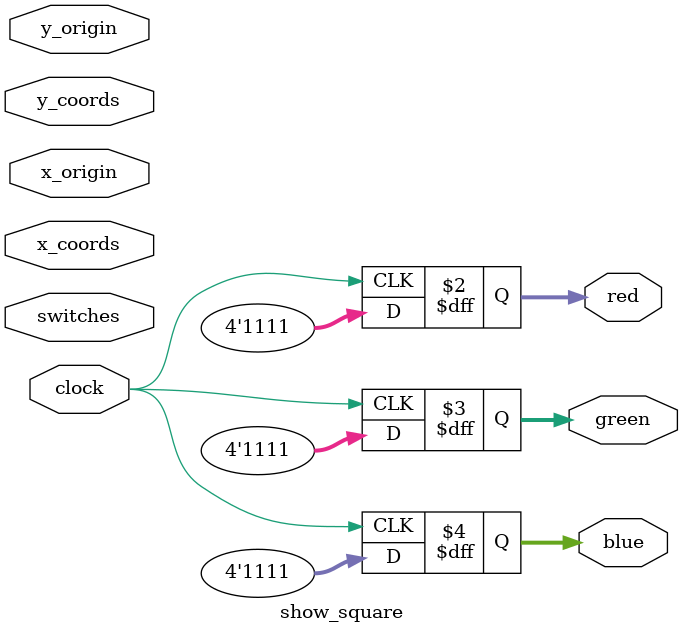
<source format=v>
module show_square(clock, switches, x_coords, y_coords, x_origin, y_origin, red, green, blue);
	input clock;
	input [17:0] switches; 
	input [9:0] x_coords;
	input [9:0] y_coords; 
	input [9:0] x_origin;
	input [9:0] y_origin;
	output reg [3:0] red;
	output reg [3:0] green;
	output reg [3:0] blue;
	
	reg [9:0] x;

	always @(posedge clock) begin
		/*x = switches[9:0];
		if (x < x_coords && x < y_coords) begin
			red = 4'b1111;
			green = 4'b1111;
			blue = 4'b1111;
		end
		else begin
			red = 4'b0000;
			green = 4'b0000;
			blue = 4'b0000;
		end
		*/
		red = 4'b1111;
		green = 4'b1111;
		blue = 4'b1111;
	end
endmodule
</source>
